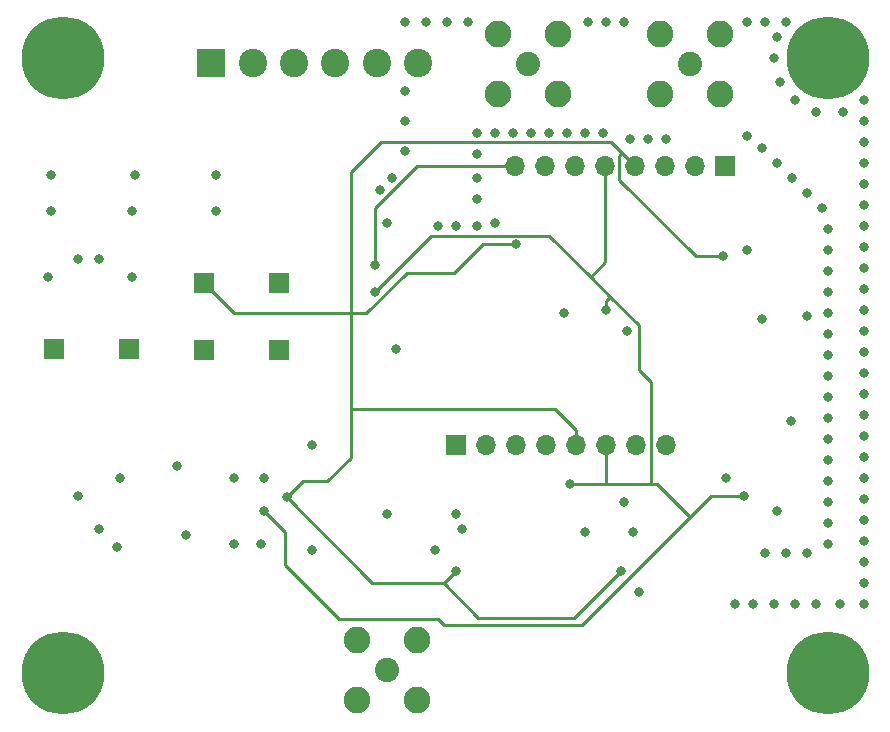
<source format=gbr>
%TF.GenerationSoftware,KiCad,Pcbnew,(6.0.1)*%
%TF.CreationDate,2022-07-28T11:00:42-05:00*%
%TF.ProjectId,proton_detector_amplifier,70726f74-6f6e-45f6-9465-746563746f72,rev?*%
%TF.SameCoordinates,Original*%
%TF.FileFunction,Copper,L3,Inr*%
%TF.FilePolarity,Positive*%
%FSLAX46Y46*%
G04 Gerber Fmt 4.6, Leading zero omitted, Abs format (unit mm)*
G04 Created by KiCad (PCBNEW (6.0.1)) date 2022-07-28 11:00:42*
%MOMM*%
%LPD*%
G01*
G04 APERTURE LIST*
%TA.AperFunction,ComponentPad*%
%ADD10C,0.800000*%
%TD*%
%TA.AperFunction,ComponentPad*%
%ADD11C,7.000000*%
%TD*%
%TA.AperFunction,ComponentPad*%
%ADD12R,1.700000X1.700000*%
%TD*%
%TA.AperFunction,ComponentPad*%
%ADD13C,2.050000*%
%TD*%
%TA.AperFunction,ComponentPad*%
%ADD14C,2.250000*%
%TD*%
%TA.AperFunction,ComponentPad*%
%ADD15R,2.400000X2.400000*%
%TD*%
%TA.AperFunction,ComponentPad*%
%ADD16C,2.400000*%
%TD*%
%TA.AperFunction,ComponentPad*%
%ADD17O,1.700000X1.700000*%
%TD*%
%TA.AperFunction,ViaPad*%
%ADD18C,0.800000*%
%TD*%
%TA.AperFunction,Conductor*%
%ADD19C,0.250000*%
%TD*%
G04 APERTURE END LIST*
D10*
%TO.N,N/C*%
%TO.C,H2*%
X33867000Y-38100000D03*
X31242000Y-35475000D03*
D11*
X31242000Y-38100000D03*
D10*
X29385845Y-36243845D03*
X33098155Y-36243845D03*
X33098155Y-39956155D03*
X29385845Y-39956155D03*
X31242000Y-40725000D03*
X28617000Y-38100000D03*
%TD*%
D12*
%TO.N,+5V*%
%TO.C,+9V*%
X30480000Y-62738000D03*
%TD*%
D13*
%TO.N,Net-(C14-Pad1)*%
%TO.C,J2*%
X58674000Y-89916000D03*
D14*
%TO.N,Earth*%
X61214000Y-87376000D03*
X56134000Y-87376000D03*
X61214000Y-92456000D03*
X56134000Y-92456000D03*
%TD*%
D12*
%TO.N,-VDC*%
%TO.C,-60V*%
X43180000Y-62786000D03*
%TD*%
%TO.N,-5VA*%
%TO.C,-5VA*%
X43180000Y-57150000D03*
%TD*%
D10*
%TO.N,N/C*%
%TO.C,H4*%
X93387000Y-90170000D03*
X97868155Y-92026155D03*
X96012000Y-87545000D03*
X94155845Y-88313845D03*
D11*
X96012000Y-90170000D03*
D10*
X98637000Y-90170000D03*
X94155845Y-92026155D03*
X96012000Y-92795000D03*
X97868155Y-88313845D03*
%TD*%
D12*
%TO.N,-5V*%
%TO.C,-9V*%
X36830000Y-62738000D03*
%TD*%
%TO.N,Earth*%
%TO.C,GND*%
X49530000Y-62786000D03*
%TD*%
D13*
%TO.N,Net-(J6-Pad1)*%
%TO.C,J6*%
X70612000Y-38608000D03*
D14*
%TO.N,Earth*%
X73152000Y-41148000D03*
X73152000Y-36068000D03*
X68072000Y-41148000D03*
X68072000Y-36068000D03*
%TD*%
D13*
%TO.N,Net-(J5-Pad1)*%
%TO.C,J5*%
X84328000Y-38608000D03*
D14*
%TO.N,Earth*%
X81788000Y-41148000D03*
X86868000Y-41148000D03*
X86868000Y-36068000D03*
X81788000Y-36068000D03*
%TD*%
D10*
%TO.N,N/C*%
%TO.C,H3*%
X33098155Y-92026155D03*
X31242000Y-87545000D03*
X28617000Y-90170000D03*
D11*
X31242000Y-90170000D03*
D10*
X33098155Y-88313845D03*
X29385845Y-88313845D03*
X31242000Y-92795000D03*
X29385845Y-92026155D03*
X33867000Y-90170000D03*
%TD*%
D15*
%TO.N,+5V*%
%TO.C,J1*%
X43828000Y-38508000D03*
D16*
%TO.N,Earth*%
X47328000Y-38508000D03*
%TO.N,-5V*%
X50828000Y-38508000D03*
%TO.N,Earth*%
X54328000Y-38508000D03*
%TO.N,-VDC*%
X57828000Y-38508000D03*
%TO.N,Earth*%
X61328000Y-38508000D03*
%TD*%
D12*
%TO.N,Net-(C14-Pad2)*%
%TO.C,J3*%
X64531000Y-70866000D03*
D17*
%TO.N,Earth*%
X67071000Y-70866000D03*
%TO.N,unconnected-(J3-Pad3)*%
X69611000Y-70866000D03*
%TO.N,Earth*%
X72151000Y-70866000D03*
%TO.N,-5VA*%
X74691000Y-70866000D03*
%TO.N,+5VA*%
X77231000Y-70866000D03*
%TO.N,Earth*%
X79771000Y-70866000D03*
%TO.N,Net-(C17-Pad2)*%
X82311000Y-70866000D03*
%TD*%
D12*
%TO.N,Net-(C13-Pad2)*%
%TO.C,J4*%
X87361000Y-47244000D03*
D17*
%TO.N,Net-(J4-Pad2)*%
X84821000Y-47244000D03*
%TO.N,Earth*%
X82281000Y-47244000D03*
%TO.N,-5VA*%
X79741000Y-47244000D03*
%TO.N,+5VA*%
X77201000Y-47244000D03*
%TO.N,Earth*%
X74661000Y-47244000D03*
X72121000Y-47244000D03*
%TO.N,Net-(C26-Pad1)*%
X69581000Y-47244000D03*
%TD*%
D11*
%TO.N,N/C*%
%TO.C,H1*%
X96012000Y-38100000D03*
D10*
X94155845Y-36243845D03*
X93387000Y-38100000D03*
X94155845Y-39956155D03*
X96012000Y-35475000D03*
X96012000Y-40725000D03*
X97868155Y-39956155D03*
X98637000Y-38100000D03*
X97868155Y-36243845D03*
%TD*%
D12*
%TO.N,+5VA*%
%TO.C,+5VA*%
X49530000Y-57150000D03*
%TD*%
D18*
%TO.N,+5V*%
X30226000Y-48006000D03*
X32512000Y-55118000D03*
X32512000Y-75184000D03*
%TO.N,-5V*%
X34290000Y-55118000D03*
X34290000Y-77978000D03*
X37338000Y-48006000D03*
%TO.N,-VDC*%
X52324000Y-70866000D03*
X44196000Y-48006000D03*
%TO.N,Earth*%
X97282000Y-42672000D03*
X99060000Y-41656000D03*
X52324000Y-79756000D03*
X99060000Y-64770000D03*
X99060000Y-78994000D03*
X91440000Y-38100000D03*
X60198000Y-35052000D03*
X72390000Y-44450000D03*
X99060000Y-55880000D03*
X96012000Y-70358000D03*
X99060000Y-82550000D03*
X91948000Y-40132000D03*
X94234000Y-59944000D03*
X91440000Y-84328000D03*
X36068000Y-73660000D03*
X87376000Y-73660000D03*
X96012000Y-68580000D03*
X91694000Y-36322000D03*
X92964000Y-48260000D03*
X96012000Y-61468000D03*
X99060000Y-59436000D03*
X90678000Y-35052000D03*
X89154000Y-35052000D03*
X93218000Y-41656000D03*
X62992000Y-52324000D03*
X60198000Y-40894000D03*
X99060000Y-46990000D03*
X96012000Y-79248000D03*
X96012000Y-72136000D03*
X99060000Y-84328000D03*
X93218000Y-84328000D03*
X91694000Y-46990000D03*
X99060000Y-52324000D03*
X70866000Y-44450000D03*
X29972000Y-56642000D03*
X75438000Y-44450000D03*
X99060000Y-54102000D03*
X45720000Y-79248000D03*
X63754000Y-35052000D03*
X78740000Y-35052000D03*
X96012000Y-57912000D03*
X97028000Y-84328000D03*
X66294000Y-52324000D03*
X48006000Y-79248000D03*
X67818000Y-52070000D03*
X40894000Y-72644000D03*
X35814000Y-79502000D03*
X59177701Y-48255701D03*
X48260000Y-73660000D03*
X66294000Y-44450000D03*
X88138000Y-84328000D03*
X77216000Y-35052000D03*
X89662000Y-84328000D03*
X99060000Y-73660000D03*
X90678000Y-80010000D03*
X99060000Y-77216000D03*
X99060000Y-66548000D03*
X64516000Y-52324000D03*
X90424000Y-45720000D03*
X94996000Y-84328000D03*
X80010000Y-83312000D03*
X82296000Y-44958000D03*
X92902500Y-68834000D03*
X67818000Y-44450000D03*
X99060000Y-61214000D03*
X66294000Y-46228000D03*
X96012000Y-59690000D03*
X37084000Y-51054000D03*
X59436000Y-62738000D03*
X99060000Y-45212000D03*
X96012000Y-73914000D03*
X79502000Y-78232000D03*
X99060000Y-68326000D03*
X89154000Y-54356000D03*
X58161701Y-49271701D03*
X58674000Y-52070000D03*
X99060000Y-57658000D03*
X90424000Y-60198000D03*
X78994000Y-61214000D03*
X96012000Y-65024000D03*
X69342000Y-44450000D03*
X30226000Y-51054000D03*
X99060000Y-50546000D03*
X96012000Y-77470000D03*
X95504000Y-50800000D03*
X75692000Y-35052000D03*
X99060000Y-80772000D03*
X80772000Y-44958000D03*
X65024000Y-77978000D03*
X92456000Y-80010000D03*
X99060000Y-62992000D03*
X79248000Y-44958000D03*
X94996000Y-42672000D03*
X66294000Y-50038000D03*
X99060000Y-48768000D03*
X96012000Y-52578000D03*
X92456000Y-35052000D03*
X78740000Y-75692000D03*
X99060000Y-71882000D03*
X73660000Y-59690000D03*
X94234000Y-80010000D03*
X99060000Y-43434000D03*
X99060000Y-75438000D03*
X89154000Y-44704000D03*
X96012000Y-66802000D03*
X96012000Y-63246000D03*
X96012000Y-75692000D03*
X44196000Y-51054000D03*
X96012000Y-54356000D03*
X99060000Y-70104000D03*
X45720000Y-73660000D03*
X94234000Y-49530000D03*
X61976000Y-35052000D03*
X37084000Y-56642000D03*
X66294000Y-48260000D03*
X60198000Y-45974000D03*
X60198000Y-43434000D03*
X65532000Y-35052000D03*
X76962000Y-44450000D03*
X62738000Y-79756000D03*
X96012000Y-56134000D03*
X41656000Y-78486000D03*
X73914000Y-44450000D03*
%TO.N,+5VA*%
X88900000Y-75184000D03*
X48260000Y-76454000D03*
X77216000Y-59436000D03*
X57658000Y-57912000D03*
X74168000Y-74168000D03*
%TO.N,-5VA*%
X78486000Y-81534000D03*
X64554500Y-81495500D03*
X69596000Y-53848000D03*
X50205500Y-75270500D03*
X87122000Y-54864000D03*
%TO.N,Net-(C14-Pad1)*%
X58674000Y-76708000D03*
%TO.N,Net-(C14-Pad2)*%
X64524000Y-76716000D03*
%TO.N,Net-(C17-Pad2)*%
X75438000Y-78232000D03*
%TO.N,Net-(C13-Pad2)*%
X91694000Y-76454000D03*
%TO.N,Net-(C26-Pad1)*%
X57658000Y-55626000D03*
%TD*%
D19*
%TO.N,+5VA*%
X81026000Y-74168000D02*
X77216000Y-74168000D01*
X77216000Y-74168000D02*
X77231000Y-74153000D01*
X75184000Y-86106000D02*
X84328000Y-76962000D01*
X62446511Y-53123489D02*
X57658000Y-57912000D01*
X88900000Y-75184000D02*
X86106000Y-75184000D01*
X80010000Y-64516000D02*
X80010000Y-60706000D01*
X77231000Y-74153000D02*
X77231000Y-70866000D01*
X75946000Y-56642000D02*
X77201000Y-55387000D01*
X50038000Y-81026000D02*
X54610000Y-85598000D01*
X77201000Y-55387000D02*
X77201000Y-47244000D01*
X77216000Y-59436000D02*
X77216000Y-58674000D01*
X63500000Y-86106000D02*
X75184000Y-86106000D01*
X81534000Y-74168000D02*
X81026000Y-74168000D01*
X81026000Y-74168000D02*
X81026000Y-65532000D01*
X86106000Y-75184000D02*
X84328000Y-76962000D01*
X80010000Y-60706000D02*
X77597000Y-58293000D01*
X50038000Y-78232000D02*
X50038000Y-81026000D01*
X77216000Y-58674000D02*
X77597000Y-58293000D01*
X48260000Y-76454000D02*
X50038000Y-78232000D01*
X62992000Y-85598000D02*
X63500000Y-86106000D01*
X81026000Y-65532000D02*
X80010000Y-64516000D01*
X74168000Y-74168000D02*
X77216000Y-74168000D01*
X54610000Y-85598000D02*
X62992000Y-85598000D01*
X75946000Y-56642000D02*
X72427489Y-53123489D01*
X77597000Y-58293000D02*
X75946000Y-56642000D01*
X84328000Y-76962000D02*
X81534000Y-74168000D01*
X72427489Y-53123489D02*
X62446511Y-53123489D01*
%TO.N,-5VA*%
X51562000Y-73914000D02*
X53657022Y-73914000D01*
X58166000Y-45212000D02*
X77709000Y-45212000D01*
X77709000Y-45212000D02*
X78605500Y-46108500D01*
X63500000Y-82550000D02*
X64554500Y-81495500D01*
X78605500Y-46108500D02*
X79741000Y-47244000D01*
X53657022Y-73914000D02*
X55626000Y-71945022D01*
X55626000Y-67818000D02*
X55626000Y-59690000D01*
X74550980Y-85469020D02*
X66419020Y-85469020D01*
X50205500Y-75270500D02*
X51562000Y-73914000D01*
X77470000Y-82550000D02*
X78486000Y-81534000D01*
X57485000Y-82550000D02*
X63500000Y-82550000D01*
X55626000Y-67818000D02*
X72898000Y-67818000D01*
X74691000Y-69611000D02*
X74691000Y-70866000D01*
X56973196Y-59690000D02*
X55626000Y-59690000D01*
X87122000Y-54864000D02*
X84836000Y-54864000D01*
X50205500Y-75270500D02*
X57485000Y-82550000D01*
X55626000Y-71945022D02*
X55626000Y-67818000D01*
X66802000Y-53848000D02*
X64387020Y-56262980D01*
X78375511Y-46338489D02*
X78605500Y-46108500D01*
X55626000Y-59690000D02*
X45720000Y-59690000D01*
X77470000Y-82550000D02*
X74550980Y-85469020D01*
X69596000Y-53848000D02*
X66802000Y-53848000D01*
X60400216Y-56262980D02*
X56973196Y-59690000D01*
X55626000Y-47752000D02*
X58166000Y-45212000D01*
X84836000Y-54864000D02*
X78375511Y-48403511D01*
X72898000Y-67818000D02*
X74691000Y-69611000D01*
X45720000Y-59690000D02*
X43180000Y-57150000D01*
X66419020Y-85469020D02*
X63500000Y-82550000D01*
X55626000Y-59690000D02*
X55626000Y-47752000D01*
X78375511Y-48403511D02*
X78375511Y-46338489D01*
X64387020Y-56262980D02*
X60400216Y-56262980D01*
%TO.N,Net-(C26-Pad1)*%
X61214000Y-47244000D02*
X69581000Y-47244000D01*
X57658000Y-50800000D02*
X57658000Y-55626000D01*
X59182000Y-49276000D02*
X61214000Y-47244000D01*
X59182000Y-49276000D02*
X57658000Y-50800000D01*
%TD*%
M02*

</source>
